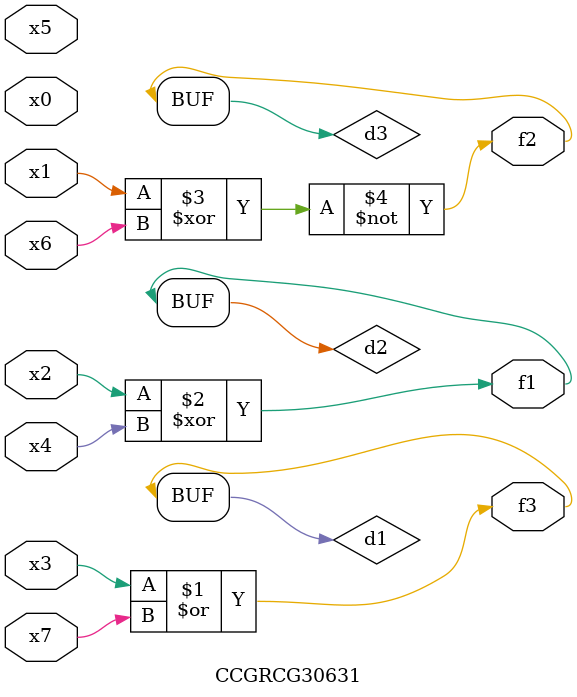
<source format=v>
module CCGRCG30631(
	input x0, x1, x2, x3, x4, x5, x6, x7,
	output f1, f2, f3
);

	wire d1, d2, d3;

	or (d1, x3, x7);
	xor (d2, x2, x4);
	xnor (d3, x1, x6);
	assign f1 = d2;
	assign f2 = d3;
	assign f3 = d1;
endmodule

</source>
